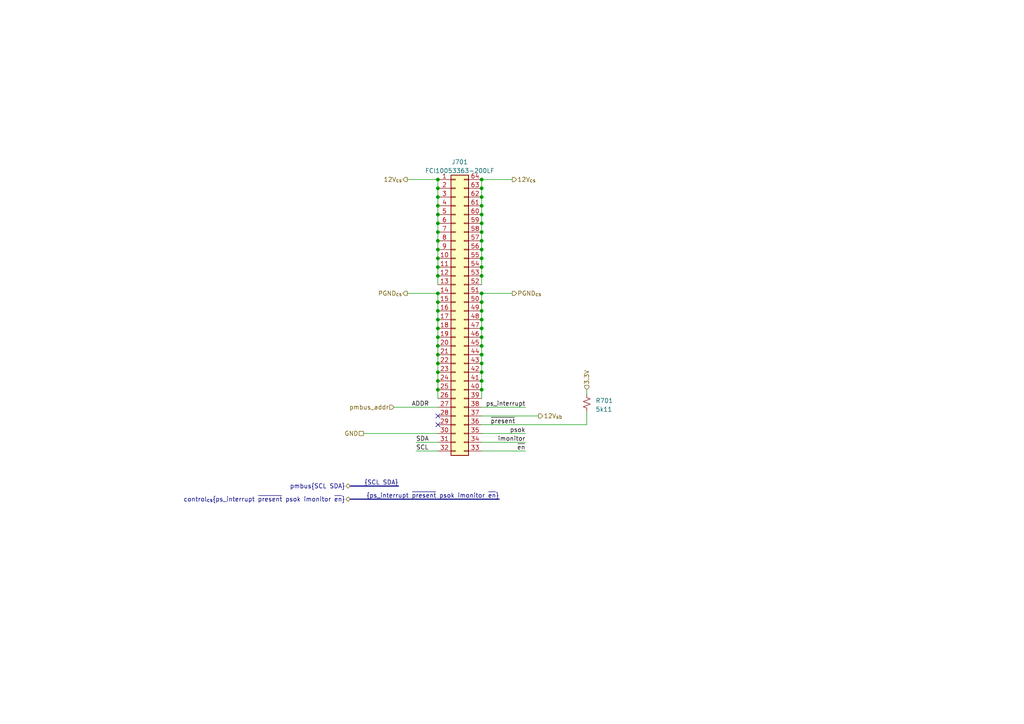
<source format=kicad_sch>
(kicad_sch (version 20210406) (generator eeschema)
  (paper "A4")
  (title_block (title "Common Slot to ATX Adapter") (rev "1"))
  (lib_symbols
    (symbol "proj_sym:FCI10053363-200LF" (pin_names (offset 1.016) hide)
      (property "Reference" "J" (at 1.27 40.64 0))
      (property "Value" "FCI10053363-200LF" (at 1.27 -43.18 0))
      (symbol "FCI10053363-200LF_1_1"
        (rectangle (start -1.27 -40.513) (end 0 -40.767) (stroke (width 0.1524)))
        (rectangle (start -1.27 -37.973) (end 0 -38.227) (stroke (width 0.1524)))
        (rectangle (start -1.27 -35.433) (end 0 -35.687) (stroke (width 0.1524)))
        (rectangle (start -1.27 -32.893) (end 0 -33.147) (stroke (width 0.1524)))
        (rectangle (start -1.27 -30.353) (end 0 -30.607) (stroke (width 0.1524)))
        (rectangle (start -1.27 -27.813) (end 0 -28.067) (stroke (width 0.1524)))
        (rectangle (start -1.27 -25.273) (end 0 -25.527) (stroke (width 0.1524)))
        (rectangle (start -1.27 -22.733) (end 0 -22.987) (stroke (width 0.1524)))
        (rectangle (start -1.27 -20.193) (end 0 -20.447) (stroke (width 0.1524)))
        (rectangle (start -1.27 -17.653) (end 0 -17.907) (stroke (width 0.1524)))
        (rectangle (start -1.27 -15.113) (end 0 -15.367) (stroke (width 0.1524)))
        (rectangle (start -1.27 -12.573) (end 0 -12.827) (stroke (width 0.1524)))
        (rectangle (start -1.27 -10.033) (end 0 -10.287) (stroke (width 0.1524)))
        (rectangle (start -1.27 -7.493) (end 0 -7.747) (stroke (width 0.1524)))
        (rectangle (start -1.27 -4.953) (end 0 -5.207) (stroke (width 0.1524)))
        (rectangle (start -1.27 -2.413) (end 0 -2.667) (stroke (width 0.1524)))
        (rectangle (start -1.27 0.127) (end 0 -0.127) (stroke (width 0.1524)))
        (rectangle (start -1.27 2.667) (end 0 2.413) (stroke (width 0.1524)))
        (rectangle (start -1.27 5.207) (end 0 4.953) (stroke (width 0.1524)))
        (rectangle (start -1.27 7.747) (end 0 7.493) (stroke (width 0.1524)))
        (rectangle (start -1.27 10.287) (end 0 10.033) (stroke (width 0.1524)))
        (rectangle (start -1.27 12.827) (end 0 12.573) (stroke (width 0.1524)))
        (rectangle (start -1.27 15.367) (end 0 15.113) (stroke (width 0.1524)))
        (rectangle (start -1.27 17.907) (end 0 17.653) (stroke (width 0.1524)))
        (rectangle (start -1.27 20.447) (end 0 20.193) (stroke (width 0.1524)))
        (rectangle (start -1.27 22.987) (end 0 22.733) (stroke (width 0.1524)))
        (rectangle (start -1.27 25.527) (end 0 25.273) (stroke (width 0.1524)))
        (rectangle (start -1.27 28.067) (end 0 27.813) (stroke (width 0.1524)))
        (rectangle (start -1.27 30.607) (end 0 30.353) (stroke (width 0.1524)))
        (rectangle (start -1.27 33.147) (end 0 32.893) (stroke (width 0.1524)))
        (rectangle (start -1.27 35.687) (end 0 35.433) (stroke (width 0.1524)))
        (rectangle (start -1.27 38.227) (end 0 37.973) (stroke (width 0.1524)))
        (rectangle (start 3.81 -40.513) (end 2.54 -40.767) (stroke (width 0.1524)))
        (rectangle (start 3.81 -37.973) (end 2.54 -38.227) (stroke (width 0.1524)))
        (rectangle (start 3.81 -35.433) (end 2.54 -35.687) (stroke (width 0.1524)))
        (rectangle (start 3.81 -32.893) (end 2.54 -33.147) (stroke (width 0.1524)))
        (rectangle (start 3.81 -30.353) (end 2.54 -30.607) (stroke (width 0.1524)))
        (rectangle (start 3.81 -27.813) (end 2.54 -28.067) (stroke (width 0.1524)))
        (rectangle (start 3.81 -25.273) (end 2.54 -25.527) (stroke (width 0.1524)))
        (rectangle (start 3.81 -22.733) (end 2.54 -22.987) (stroke (width 0.1524)))
        (rectangle (start 3.81 -20.193) (end 2.54 -20.447) (stroke (width 0.1524)))
        (rectangle (start 3.81 -17.653) (end 2.54 -17.907) (stroke (width 0.1524)))
        (rectangle (start 3.81 -15.113) (end 2.54 -15.367) (stroke (width 0.1524)))
        (rectangle (start 3.81 -12.573) (end 2.54 -12.827) (stroke (width 0.1524)))
        (rectangle (start 3.81 -10.033) (end 2.54 -10.287) (stroke (width 0.1524)))
        (rectangle (start 3.81 -7.493) (end 2.54 -7.747) (stroke (width 0.1524)))
        (rectangle (start 3.81 -4.953) (end 2.54 -5.207) (stroke (width 0.1524)))
        (rectangle (start 3.81 -2.413) (end 2.54 -2.667) (stroke (width 0.1524)))
        (rectangle (start 3.81 0.127) (end 2.54 -0.127) (stroke (width 0.1524)))
        (rectangle (start 3.81 2.667) (end 2.54 2.413) (stroke (width 0.1524)))
        (rectangle (start 3.81 5.207) (end 2.54 4.953) (stroke (width 0.1524)))
        (rectangle (start 3.81 7.747) (end 2.54 7.493) (stroke (width 0.1524)))
        (rectangle (start 3.81 10.287) (end 2.54 10.033) (stroke (width 0.1524)))
        (rectangle (start 3.81 12.827) (end 2.54 12.573) (stroke (width 0.1524)))
        (rectangle (start 3.81 15.367) (end 2.54 15.113) (stroke (width 0.1524)))
        (rectangle (start 3.81 17.907) (end 2.54 17.653) (stroke (width 0.1524)))
        (rectangle (start 3.81 20.447) (end 2.54 20.193) (stroke (width 0.1524)))
        (rectangle (start 3.81 22.987) (end 2.54 22.733) (stroke (width 0.1524)))
        (rectangle (start 3.81 25.527) (end 2.54 25.273) (stroke (width 0.1524)))
        (rectangle (start 3.81 28.067) (end 2.54 27.813) (stroke (width 0.1524)))
        (rectangle (start 3.81 30.607) (end 2.54 30.353) (stroke (width 0.1524)))
        (rectangle (start 3.81 33.147) (end 2.54 32.893) (stroke (width 0.1524)))
        (rectangle (start 3.81 35.687) (end 2.54 35.433) (stroke (width 0.1524)))
        (rectangle (start 3.81 38.227) (end 2.54 37.973) (stroke (width 0.1524)))
        (rectangle (start -1.27 39.37) (end 3.81 -41.91) (stroke (width 0.254)) (fill (type background)))
        (pin passive line (at -5.08 38.1 0) (length 3.81) (name "Pin_1") (number "1"))
        (pin passive line (at -5.08 15.24 0) (length 3.81) (name "Pin_10") (number "10"))
        (pin passive line (at -5.08 12.7 0) (length 3.81) (name "Pin_11") (number "11"))
        (pin passive line (at -5.08 10.16 0) (length 3.81) (name "Pin_12") (number "12"))
        (pin passive line (at -5.08 7.62 0) (length 3.81) (name "Pin_13") (number "13"))
        (pin passive line (at -5.08 5.08 0) (length 3.81) (name "Pin_14") (number "14"))
        (pin passive line (at -5.08 2.54 0) (length 3.81) (name "Pin_15") (number "15"))
        (pin passive line (at -5.08 0 0) (length 3.81) (name "Pin_16") (number "16"))
        (pin passive line (at -5.08 -2.54 0) (length 3.81) (name "Pin_17") (number "17"))
        (pin passive line (at -5.08 -5.08 0) (length 3.81) (name "Pin_18") (number "18"))
        (pin passive line (at -5.08 -7.62 0) (length 3.81) (name "Pin_19") (number "19"))
        (pin passive line (at -5.08 35.56 0) (length 3.81) (name "Pin_2") (number "2"))
        (pin passive line (at -5.08 -10.16 0) (length 3.81) (name "Pin_20") (number "20"))
        (pin passive line (at -5.08 -12.7 0) (length 3.81) (name "Pin_21") (number "21"))
        (pin passive line (at -5.08 -15.24 0) (length 3.81) (name "Pin_22") (number "22"))
        (pin passive line (at -5.08 -17.78 0) (length 3.81) (name "Pin_23") (number "23"))
        (pin passive line (at -5.08 -20.32 0) (length 3.81) (name "Pin_24") (number "24"))
        (pin passive line (at -5.08 -22.86 0) (length 3.81) (name "Pin_25") (number "25"))
        (pin passive line (at -5.08 -25.4 0) (length 3.81) (name "Pin_26") (number "26"))
        (pin passive line (at -5.08 -27.94 0) (length 3.81) (name "Pin_27") (number "27"))
        (pin passive line (at -5.08 -30.48 0) (length 3.81) (name "Pin_28") (number "28"))
        (pin passive line (at -5.08 -33.02 0) (length 3.81) (name "Pin_29") (number "29"))
        (pin passive line (at -5.08 33.02 0) (length 3.81) (name "Pin_3") (number "3"))
        (pin passive line (at -5.08 -35.56 0) (length 3.81) (name "Pin_30") (number "30"))
        (pin passive line (at -5.08 -38.1 0) (length 3.81) (name "Pin_31") (number "31"))
        (pin passive line (at -5.08 -40.64 0) (length 3.81) (name "Pin_32") (number "32"))
        (pin passive line (at 7.62 -40.64 180) (length 3.81) (name "Pin_33") (number "33"))
        (pin passive line (at 7.62 -38.1 180) (length 3.81) (name "Pin_34") (number "34"))
        (pin passive line (at 7.62 -35.56 180) (length 3.81) (name "Pin_35") (number "35"))
        (pin passive line (at 7.62 -33.02 180) (length 3.81) (name "Pin_36") (number "36"))
        (pin passive line (at 7.62 -30.48 180) (length 3.81) (name "Pin_37") (number "37"))
        (pin passive line (at 7.62 -27.94 180) (length 3.81) (name "Pin_38") (number "38"))
        (pin passive line (at 7.62 -25.4 180) (length 3.81) (name "Pin_39") (number "39"))
        (pin passive line (at -5.08 30.48 0) (length 3.81) (name "Pin_4") (number "4"))
        (pin passive line (at 7.62 -22.86 180) (length 3.81) (name "Pin_40") (number "40"))
        (pin passive line (at 7.62 -20.32 180) (length 3.81) (name "Pin_41") (number "41"))
        (pin passive line (at 7.62 -17.78 180) (length 3.81) (name "Pin_42") (number "42"))
        (pin passive line (at 7.62 -15.24 180) (length 3.81) (name "Pin_43") (number "43"))
        (pin passive line (at 7.62 -12.7 180) (length 3.81) (name "Pin_44") (number "44"))
        (pin passive line (at 7.62 -10.16 180) (length 3.81) (name "Pin_45") (number "45"))
        (pin passive line (at 7.62 -7.62 180) (length 3.81) (name "Pin_46") (number "46"))
        (pin passive line (at 7.62 -5.08 180) (length 3.81) (name "Pin_47") (number "47"))
        (pin passive line (at 7.62 -2.54 180) (length 3.81) (name "Pin_48") (number "48"))
        (pin passive line (at 7.62 0 180) (length 3.81) (name "Pin_49") (number "49"))
        (pin passive line (at -5.08 27.94 0) (length 3.81) (name "Pin_5") (number "5"))
        (pin passive line (at 7.62 2.54 180) (length 3.81) (name "Pin_50") (number "50"))
        (pin passive line (at 7.62 5.08 180) (length 3.81) (name "Pin_51") (number "51"))
        (pin passive line (at 7.62 7.62 180) (length 3.81) (name "Pin_52") (number "52"))
        (pin passive line (at 7.62 10.16 180) (length 3.81) (name "Pin_53") (number "53"))
        (pin passive line (at 7.62 12.7 180) (length 3.81) (name "Pin_54") (number "54"))
        (pin passive line (at 7.62 15.24 180) (length 3.81) (name "Pin_55") (number "55"))
        (pin passive line (at 7.62 17.78 180) (length 3.81) (name "Pin_56") (number "56"))
        (pin passive line (at 7.62 20.32 180) (length 3.81) (name "Pin_57") (number "57"))
        (pin passive line (at 7.62 22.86 180) (length 3.81) (name "Pin_58") (number "58"))
        (pin passive line (at 7.62 25.4 180) (length 3.81) (name "Pin_59") (number "59"))
        (pin passive line (at -5.08 25.4 0) (length 3.81) (name "Pin_6") (number "6"))
        (pin passive line (at 7.62 27.94 180) (length 3.81) (name "Pin_60") (number "60"))
        (pin passive line (at 7.62 30.48 180) (length 3.81) (name "Pin_61") (number "61"))
        (pin passive line (at 7.62 33.02 180) (length 3.81) (name "Pin_62") (number "62"))
        (pin passive line (at 7.62 35.56 180) (length 3.81) (name "Pin_63") (number "63"))
        (pin passive line (at 7.62 38.1 180) (length 3.81) (name "Pin_64") (number "64"))
        (pin passive line (at -5.08 22.86 0) (length 3.81) (name "Pin_7") (number "7"))
        (pin passive line (at -5.08 20.32 0) (length 3.81) (name "Pin_8") (number "8"))
        (pin passive line (at -5.08 17.78 0) (length 3.81) (name "Pin_9") (number "9"))
      )
    )
    (symbol "proj_sym:Resistor" (pin_numbers hide) (pin_names (offset 0.254) hide)
      (property "Reference" "R" (at 0.762 0.508 0))
      (property "Value" "Resistor" (at 0.762 -1.016 0))
      (symbol "Resistor_1_1"
        (polyline (pts (xy 0 0) (xy 1.016 -0.381) (xy 0 -0.762) (xy -1.016 -1.143) (xy 0 -1.524)))
        (polyline (pts (xy 0 1.524) (xy 1.016 1.143) (xy 0 0.762) (xy -1.016 0.381) (xy 0 0)))
        (pin passive line (at 0 2.54 270) (length 1.016) (name "~") (number "1"))
        (pin passive line (at 0 -2.54 90) (length 1.016) (name "~") (number "2"))
      )
    )
  )
  (junction (at 127 52.07) (diameter 0.9144))
  (junction (at 127 54.61) (diameter 0.9144))
  (junction (at 127 57.15) (diameter 0.9144))
  (junction (at 127 59.69) (diameter 0.9144))
  (junction (at 127 62.23) (diameter 0.9144))
  (junction (at 127 64.77) (diameter 0.9144))
  (junction (at 127 67.31) (diameter 0.9144))
  (junction (at 127 69.85) (diameter 0.9144))
  (junction (at 127 72.39) (diameter 0.9144))
  (junction (at 127 74.93) (diameter 0.9144))
  (junction (at 127 77.47) (diameter 0.9144))
  (junction (at 127 80.01) (diameter 0.9144))
  (junction (at 127 85.09) (diameter 0.9144))
  (junction (at 127 87.63) (diameter 0.9144))
  (junction (at 127 90.17) (diameter 0.9144))
  (junction (at 127 92.71) (diameter 0.9144))
  (junction (at 127 95.25) (diameter 0.9144))
  (junction (at 127 97.79) (diameter 0.9144))
  (junction (at 127 100.33) (diameter 0.9144))
  (junction (at 127 102.87) (diameter 0.9144))
  (junction (at 127 105.41) (diameter 0.9144))
  (junction (at 127 107.95) (diameter 0.9144))
  (junction (at 127 110.49) (diameter 0.9144))
  (junction (at 127 113.03) (diameter 0.9144))
  (junction (at 139.7 52.07) (diameter 0.9144))
  (junction (at 139.7 54.61) (diameter 0.9144))
  (junction (at 139.7 57.15) (diameter 0.9144))
  (junction (at 139.7 59.69) (diameter 0.9144))
  (junction (at 139.7 62.23) (diameter 0.9144))
  (junction (at 139.7 64.77) (diameter 0.9144))
  (junction (at 139.7 67.31) (diameter 0.9144))
  (junction (at 139.7 69.85) (diameter 0.9144))
  (junction (at 139.7 72.39) (diameter 0.9144))
  (junction (at 139.7 74.93) (diameter 0.9144))
  (junction (at 139.7 77.47) (diameter 0.9144))
  (junction (at 139.7 80.01) (diameter 0.9144))
  (junction (at 139.7 85.09) (diameter 0.9144))
  (junction (at 139.7 87.63) (diameter 0.9144))
  (junction (at 139.7 90.17) (diameter 0.9144))
  (junction (at 139.7 92.71) (diameter 0.9144))
  (junction (at 139.7 95.25) (diameter 0.9144))
  (junction (at 139.7 97.79) (diameter 0.9144))
  (junction (at 139.7 100.33) (diameter 0.9144))
  (junction (at 139.7 102.87) (diameter 0.9144))
  (junction (at 139.7 105.41) (diameter 0.9144))
  (junction (at 139.7 107.95) (diameter 0.9144))
  (junction (at 139.7 110.49) (diameter 0.9144))
  (junction (at 139.7 113.03) (diameter 0.9144))
  (no_connect (at 127 120.65))
  (no_connect (at 127 123.19))
  (wire (pts (xy 105.41 125.73) (xy 127 125.73)))
  (wire (pts (xy 114.3 118.11) (xy 127 118.11)))
  (wire (pts (xy 118.11 52.07) (xy 127 52.07)))
  (wire (pts (xy 118.11 85.09) (xy 127 85.09)))
  (wire (pts (xy 120.65 128.27) (xy 127 128.27)))
  (wire (pts (xy 120.65 130.81) (xy 127 130.81)))
  (wire (pts (xy 127 52.07) (xy 127 54.61)))
  (wire (pts (xy 127 54.61) (xy 127 57.15)))
  (wire (pts (xy 127 57.15) (xy 127 59.69)))
  (wire (pts (xy 127 59.69) (xy 127 62.23)))
  (wire (pts (xy 127 62.23) (xy 127 64.77)))
  (wire (pts (xy 127 64.77) (xy 127 67.31)))
  (wire (pts (xy 127 67.31) (xy 127 69.85)))
  (wire (pts (xy 127 69.85) (xy 127 72.39)))
  (wire (pts (xy 127 72.39) (xy 127 74.93)))
  (wire (pts (xy 127 74.93) (xy 127 77.47)))
  (wire (pts (xy 127 77.47) (xy 127 80.01)))
  (wire (pts (xy 127 80.01) (xy 127 82.55)))
  (wire (pts (xy 127 85.09) (xy 127 87.63)))
  (wire (pts (xy 127 87.63) (xy 127 90.17)))
  (wire (pts (xy 127 90.17) (xy 127 92.71)))
  (wire (pts (xy 127 92.71) (xy 127 95.25)))
  (wire (pts (xy 127 95.25) (xy 127 97.79)))
  (wire (pts (xy 127 97.79) (xy 127 100.33)))
  (wire (pts (xy 127 100.33) (xy 127 102.87)))
  (wire (pts (xy 127 102.87) (xy 127 105.41)))
  (wire (pts (xy 127 105.41) (xy 127 107.95)))
  (wire (pts (xy 127 107.95) (xy 127 110.49)))
  (wire (pts (xy 127 110.49) (xy 127 113.03)))
  (wire (pts (xy 127 113.03) (xy 127 115.57)))
  (wire (pts (xy 139.7 52.07) (xy 139.7 54.61)))
  (wire (pts (xy 139.7 52.07) (xy 148.59 52.07)))
  (wire (pts (xy 139.7 54.61) (xy 139.7 57.15)))
  (wire (pts (xy 139.7 57.15) (xy 139.7 59.69)))
  (wire (pts (xy 139.7 59.69) (xy 139.7 62.23)))
  (wire (pts (xy 139.7 62.23) (xy 139.7 64.77)))
  (wire (pts (xy 139.7 64.77) (xy 139.7 67.31)))
  (wire (pts (xy 139.7 67.31) (xy 139.7 69.85)))
  (wire (pts (xy 139.7 69.85) (xy 139.7 72.39)))
  (wire (pts (xy 139.7 72.39) (xy 139.7 74.93)))
  (wire (pts (xy 139.7 74.93) (xy 139.7 77.47)))
  (wire (pts (xy 139.7 77.47) (xy 139.7 80.01)))
  (wire (pts (xy 139.7 80.01) (xy 139.7 82.55)))
  (wire (pts (xy 139.7 85.09) (xy 139.7 87.63)))
  (wire (pts (xy 139.7 85.09) (xy 148.59 85.09)))
  (wire (pts (xy 139.7 87.63) (xy 139.7 90.17)))
  (wire (pts (xy 139.7 90.17) (xy 139.7 92.71)))
  (wire (pts (xy 139.7 92.71) (xy 139.7 95.25)))
  (wire (pts (xy 139.7 95.25) (xy 139.7 97.79)))
  (wire (pts (xy 139.7 97.79) (xy 139.7 100.33)))
  (wire (pts (xy 139.7 100.33) (xy 139.7 102.87)))
  (wire (pts (xy 139.7 102.87) (xy 139.7 105.41)))
  (wire (pts (xy 139.7 105.41) (xy 139.7 107.95)))
  (wire (pts (xy 139.7 107.95) (xy 139.7 110.49)))
  (wire (pts (xy 139.7 110.49) (xy 139.7 113.03)))
  (wire (pts (xy 139.7 113.03) (xy 139.7 115.57)))
  (wire (pts (xy 139.7 118.11) (xy 152.4 118.11)))
  (wire (pts (xy 139.7 120.65) (xy 156.21 120.65)))
  (wire (pts (xy 139.7 125.73) (xy 152.4 125.73)))
  (wire (pts (xy 139.7 128.27) (xy 152.4 128.27)))
  (wire (pts (xy 139.7 130.81) (xy 152.4 130.81)))
  (wire (pts (xy 170.18 114.3) (xy 170.18 113.03)))
  (wire (pts (xy 170.18 119.38) (xy 170.18 123.19)))
  (wire (pts (xy 170.18 123.19) (xy 139.7 123.19)))
  (bus (pts (xy 101.6 140.97) (xy 115.57 140.97)))
  (bus (pts (xy 101.6 144.78) (xy 144.78 144.78)))
  (label "{SCL SDA}" (at 115.57 140.97 180))
  (label "SDA" (at 120.65 128.27 0))
  (label "SCL" (at 120.65 130.81 0))
  (label "ADDR" (at 124.46 118.11 180))
  (label "~present" (at 142.24 123.19 0))
  (label "{ps_interrupt ~present psok imonitor ~en}" (at 144.78 144.78 180))
  (label "ps_interrupt" (at 152.4 118.11 180))
  (label "psok" (at 152.4 125.73 180))
  (label "imonitor" (at 152.4 128.27 180))
  (label "~en" (at 152.4 130.81 180))
  (hierarchical_label "pmbus{SCL SDA}" (shape bidirectional) (at 101.6 140.97 180))
  (hierarchical_label "control_{cs}{ps_interrupt ~present psok imonitor ~en}" (shape bidirectional) (at 101.6 144.78 0))
  (hierarchical_label "GND" (shape passive) (at 105.41 125.73 180))
  (hierarchical_label "pmbus_addr" (shape input) (at 114.3 118.11 180))
  (hierarchical_label "12V_{cs}" (shape output) (at 118.11 52.07 180))
  (hierarchical_label "PGND_{cs}" (shape output) (at 118.11 85.09 180))
  (hierarchical_label "12V_{cs}" (shape output) (at 148.59 52.07 0))
  (hierarchical_label "PGND_{cs}" (shape output) (at 148.59 85.09 0))
  (hierarchical_label "12V_{sb}" (shape output) (at 156.21 120.65 0))
  (hierarchical_label "3.3V" (shape input) (at 170.18 113.03 90))
  (symbol (lib_id "proj_sym:Resistor") (at 170.18 116.84 0) (unit 1)
    (property "Reference" "R701" (at 172.72 116.2049 0) (effects (justify left)))
    (property "Value" "5k11" (at 172.72 118.7449 0) (effects (justify left)))
  )
  (symbol (lib_id "proj_sym:FCI10053363-200LF") (at 132.08 90.17 0) (unit 1)
    (property "Reference" "J701" (at 133.35 46.99 0))
    (property "Value" "FCI10053363-200LF" (at 133.35 49.53 0))
    (property "Datasheet" "${KIPRJMOD}/fci10053363/10053363.pdf" (effects hide))
  )
)
</source>
